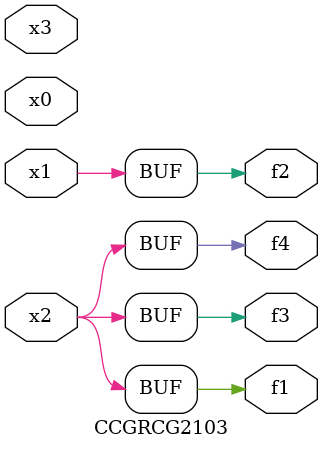
<source format=v>
module CCGRCG2103(
	input x0, x1, x2, x3,
	output f1, f2, f3, f4
);
	assign f1 = x2;
	assign f2 = x1;
	assign f3 = x2;
	assign f4 = x2;
endmodule

</source>
